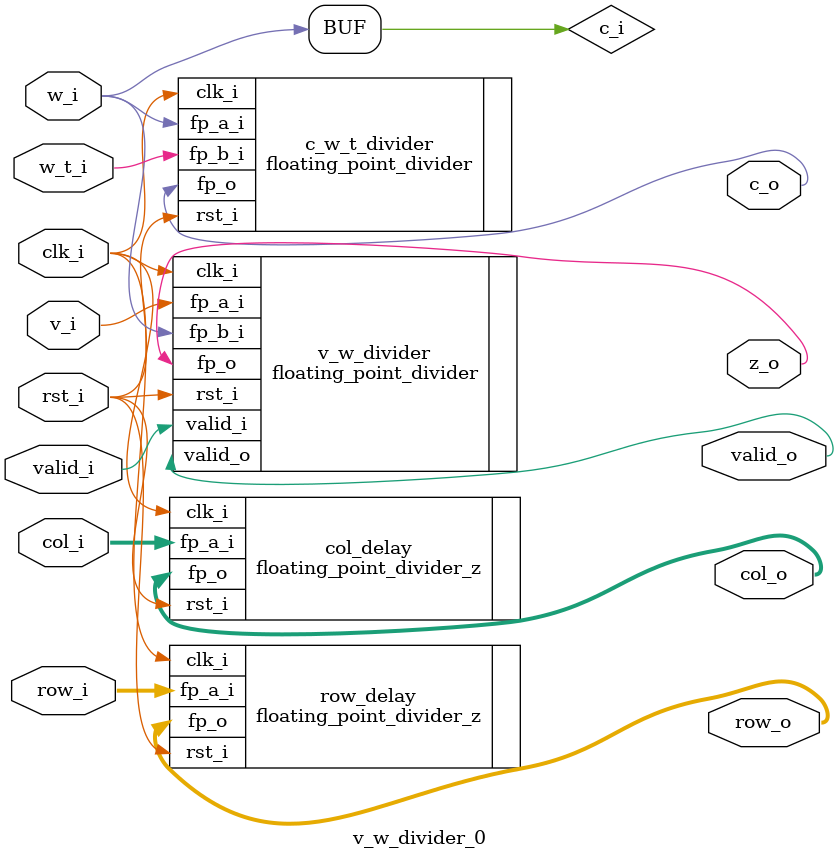
<source format=sv>

/* Single Scale V W divider
 * C si |W|. performs
 *
 * V / W   => Z
 *
 * C / w_t => C max
 *
 * where w_t is the sum of the weights.
 */
module v_w_divider_0 #(
    parameter EXP_WIDTH = 0,
    parameter FRAC_WIDTH = 0,

    ////////////////////////////////////////////////////////////////
    // Local parameters
    parameter FP_WIDTH_REG = 1 + FRAC_WIDTH + EXP_WIDTH

) (
    input clk_i,
    input rst_i,

    input  [FP_WIDTH_REG - 1 : 0] v_i,
    input  [FP_WIDTH_REG - 1 : 0] w_i,
    input  [FP_WIDTH_REG - 1 : 0] w_t_i,
    input  [15:0]                 col_i,
    input  [15:0]                 row_i,
    input                         valid_i,

    output [FP_WIDTH_REG - 1 : 0] z_o,
    output [FP_WIDTH_REG - 1 : 0] c_o,
    output [15:0]                 col_o,
    output [15:0]                 row_o,  
    output                        valid_o
);

    logic [FP_WIDTH_REG - 1 : 0] c_i;
    always_comb begin
        c_i[FP_WIDTH_REG - 1] = 0;
        c_i[FP_WIDTH_REG - 2 : 0] = w_i[FP_WIDTH_REG - 2 : 0];
    end

    floating_point_divider #(
        .EXP_WIDTH(EXP_WIDTH),
        .FRAC_WIDTH(FRAC_WIDTH)
    ) v_w_divider (
        .clk_i(clk_i),
        .rst_i(rst_i),
        
        .fp_a_i (v_i),
        .fp_b_i (w_i),
        .valid_i(valid_i),

        .fp_o   (z_o),
        .valid_o(valid_o)
    );

    floating_point_divider #(
        .EXP_WIDTH(EXP_WIDTH),
        .FRAC_WIDTH(FRAC_WIDTH)
    ) c_w_t_divider (
        .clk_i(clk_i),
        .rst_i(rst_i),
        .fp_a_i (c_i),
        .fp_b_i (w_t_i),
        .fp_o   (c_o)
    );

    floating_point_divider_z #(
        .EXP_WIDTH(0),
        .FRAC_WIDTH(15)
    ) col_delay (
        .clk_i(clk_i),
        .rst_i(rst_i),
        .fp_a_i(col_i),
        .fp_o  (col_o)
    );

    floating_point_divider_z #(
        .EXP_WIDTH(0),
        .FRAC_WIDTH(15)
    ) row_delay (
        .clk_i(clk_i),
        .rst_i(rst_i),
        .fp_a_i(row_i),
        .fp_o  (row_o)
    );
endmodule


</source>
